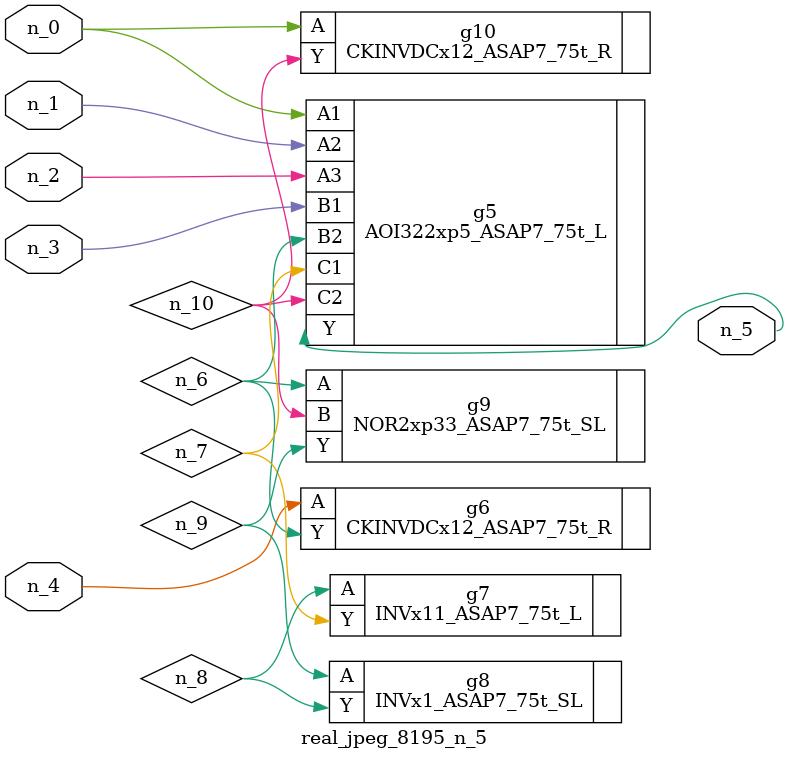
<source format=v>
module real_jpeg_8195_n_5 (n_4, n_0, n_1, n_2, n_3, n_5);

input n_4;
input n_0;
input n_1;
input n_2;
input n_3;

output n_5;

wire n_8;
wire n_6;
wire n_7;
wire n_10;
wire n_9;

AOI322xp5_ASAP7_75t_L g5 ( 
.A1(n_0),
.A2(n_1),
.A3(n_2),
.B1(n_3),
.B2(n_6),
.C1(n_7),
.C2(n_10),
.Y(n_5)
);

CKINVDCx12_ASAP7_75t_R g10 ( 
.A(n_0),
.Y(n_10)
);

CKINVDCx12_ASAP7_75t_R g6 ( 
.A(n_4),
.Y(n_6)
);

NOR2xp33_ASAP7_75t_SL g9 ( 
.A(n_6),
.B(n_10),
.Y(n_9)
);

INVx11_ASAP7_75t_L g7 ( 
.A(n_8),
.Y(n_7)
);

INVx1_ASAP7_75t_SL g8 ( 
.A(n_9),
.Y(n_8)
);


endmodule
</source>
